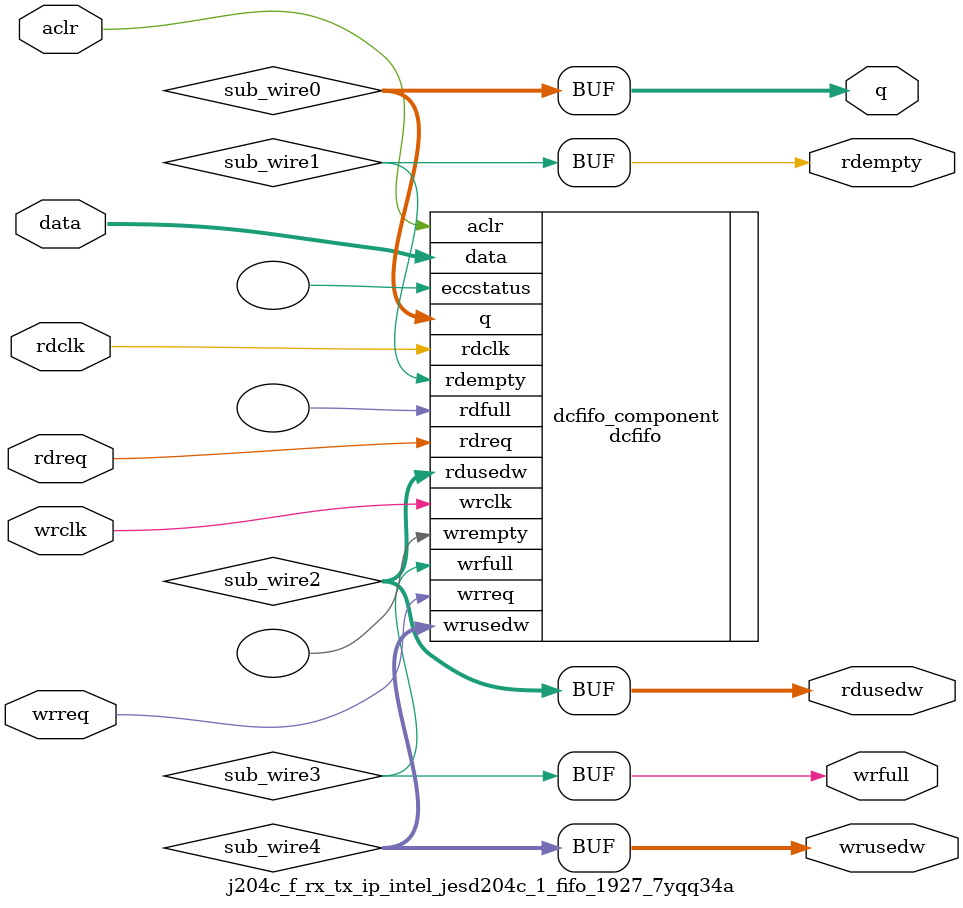
<source format=v>



`timescale 1 ps / 1 ps
// synopsys translate_on
module  j204c_f_rx_tx_ip_intel_jesd204c_1_fifo_1927_7yqq34a  (
    aclr,
    data,
    rdclk,
    rdreq,
    wrclk,
    wrreq,
    q,
    rdempty,
    rdusedw,
    wrfull,
    wrusedw);

    input    aclr;
    input  [63:0]  data;
    input    rdclk;
    input    rdreq;
    input    wrclk;
    input    wrreq;
    output [63:0]  q;
    output   rdempty;
    output [2:0]  rdusedw;
    output   wrfull;
    output [2:0]  wrusedw;
`ifndef ALTERA_RESERVED_QIS
// synopsys translate_off
`endif
    tri0     aclr;
`ifndef ALTERA_RESERVED_QIS
// synopsys translate_on
`endif

    wire [63:0] sub_wire0;
    wire  sub_wire1;
    wire [2:0] sub_wire2;
    wire  sub_wire3;
    wire [2:0] sub_wire4;
    wire [63:0] q = sub_wire0[63:0];
    wire  rdempty = sub_wire1;
    wire [2:0] rdusedw = sub_wire2[2:0];
    wire  wrfull = sub_wire3;
    wire [2:0] wrusedw = sub_wire4[2:0];

    dcfifo  dcfifo_component (
                .aclr (aclr),
                .data (data),
                .rdclk (rdclk),
                .rdreq (rdreq),
                .wrclk (wrclk),
                .wrreq (wrreq),
                .q (sub_wire0),
                .rdempty (sub_wire1),
                .rdusedw (sub_wire2),
                .wrfull (sub_wire3),
                .wrusedw (sub_wire4),
                .eccstatus (),
                .rdfull (),
                .wrempty ());
    defparam
        dcfifo_component.enable_ecc  = "FALSE",
        dcfifo_component.intended_device_family  = "Agilex 7",
        dcfifo_component.lpm_hint  = "RAM_BLOCK_TYPE=M20K,MAXIMUM_DEPTH=128,DISABLE_DCFIFO_EMBEDDED_TIMING_CONSTRAINT=TRUE",
        dcfifo_component.lpm_numwords  = 8,
        dcfifo_component.lpm_showahead  = "OFF",
        dcfifo_component.lpm_type  = "dcfifo",
        dcfifo_component.lpm_width  = 64,
        dcfifo_component.lpm_widthu  = 3,
        dcfifo_component.overflow_checking  = "ON",
        dcfifo_component.rdsync_delaypipe  = 4,
        dcfifo_component.read_aclr_synch  = "ON",
        dcfifo_component.underflow_checking  = "ON",
        dcfifo_component.use_eab  = "ON",
        dcfifo_component.write_aclr_synch  = "ON",
        dcfifo_component.wrsync_delaypipe  = 4;


endmodule



</source>
